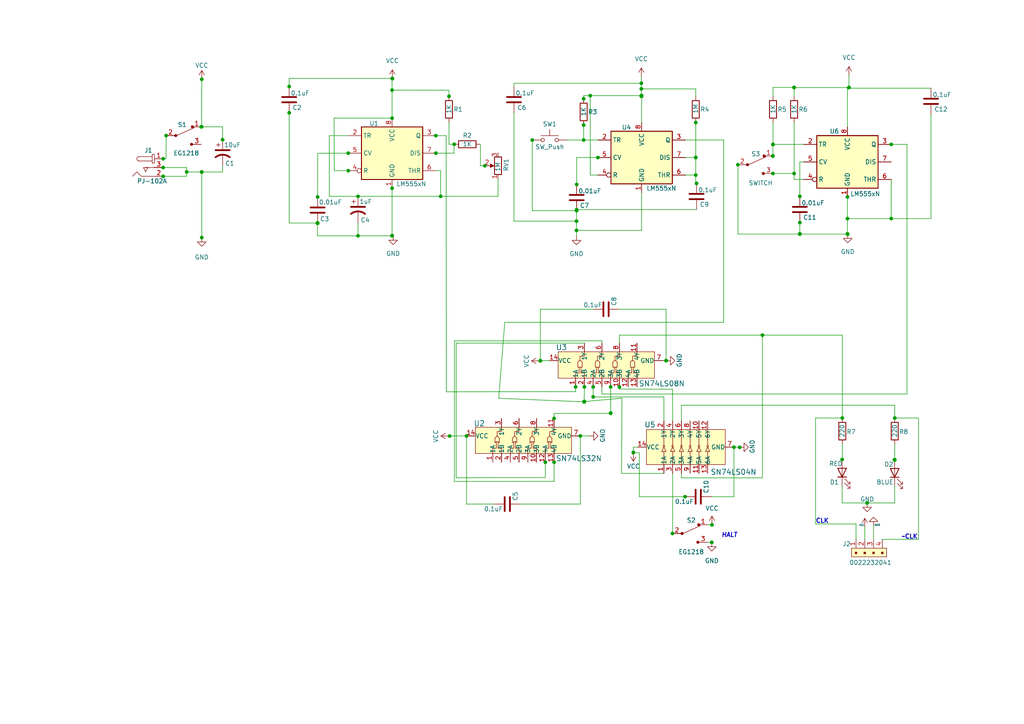
<source format=kicad_sch>
(kicad_sch (version 20211123) (generator eeschema)
  (paper "A4")
  (title_block (title "clock_module") (date "2022-08-05") (rev "v01") (comment 1 "Author: Grace Zongo"))
  (lib_symbols
    (symbol "Device:C" (pin_numbers hide) (pin_names (offset 0.254))
      (property "Reference" "C" (at 0.635 2.54 0))
      (property "Value" "C" (at 0.635 -2.54 0))
      (symbol "C_1_1"
        (pin passive line (at 0 3.81 270) (length 2.794) (name "~") (number "1"))
        (pin passive line (at 0 -3.81 90) (length 2.794) (name "~") (number "2"))
      )
    )
    (symbol "Device:C_Polarized_US" (pin_numbers hide) (pin_names (offset 0.254) hide)
      (property "Reference" "C" (at 0.635 2.54 0))
      (property "Value" "C_Polarized_US" (at 0.635 -2.54 0))
      (symbol "C_Polarized_US_1_1"
        (pin passive line (at 0 3.81 270) (length 2.794) (name "~") (number "1"))
        (pin passive line (at 0 -3.81 90) (length 3.302) (name "~") (number "2"))
      )
    )
    (symbol "Device:LED" (pin_numbers hide) (pin_names (offset 1.016) hide)
      (property "Reference" "D" (at 0 2.54 0))
      (property "Value" "LED" (at 0 -2.54 0))
      (symbol "LED_1_1"
        (pin passive line (at -3.81 0 0) (length 2.54) (name "K") (number "1"))
        (pin passive line (at 3.81 0 180) (length 2.54) (name "A") (number "2"))
      )
    )
    (symbol "Device:R" (pin_numbers hide) (pin_names (offset 0))
      (property "Reference" "R" (at 2.032 0 90))
      (property "Value" "R" (at 0 0 90))
      (symbol "R_1_1"
        (pin passive line (at 0 3.81 270) (length 1.27) (name "~") (number "1"))
        (pin passive line (at 0 -3.81 90) (length 1.27) (name "~") (number "2"))
      )
    )
    (symbol "Device:R_Potentiometer" (pin_names (offset 1.016) hide)
      (property "Reference" "RV" (at -4.445 0 90))
      (property "Value" "R_Potentiometer" (at -2.54 0 90))
      (symbol "R_Potentiometer_1_1"
        (pin passive line (at 0 3.81 270) (length 1.27) (name "1") (number "1"))
        (pin passive line (at 3.81 0 180) (length 1.27) (name "2") (number "2"))
        (pin passive line (at 0 -3.81 90) (length 1.27) (name "3") (number "3"))
      )
    )
    (symbol "Switch:SW_Push" (pin_numbers hide) (pin_names (offset 1.016) hide)
      (property "Reference" "SW" (at 1.27 2.54 0))
      (property "Value" "SW_Push" (at 0 -1.524 0))
      (symbol "SW_Push_0_1"
        (pin passive line (at -5.08 0 0) (length 2.54) (name "1") (number "1"))
        (pin passive line (at 5.08 0 180) (length 2.54) (name "2") (number "2"))
      )
    )
    (symbol "Timer:LM555xN"
      (property "Reference" "U" (at -10.16 8.89 0))
      (property "Value" "LM555xN" (at 2.54 8.89 0))
      (symbol "LM555xN_0_0"
        (pin power_in line (at 0 -10.16 90) (length 2.54) (name "GND") (number "1"))
        (pin power_in line (at 0 10.16 270) (length 2.54) (name "VCC") (number "8"))
      )
      (symbol "LM555xN_1_1"
        (pin input line (at -12.7 5.08 0) (length 3.81) (name "TR") (number "2"))
        (pin output line (at 12.7 5.08 180) (length 3.81) (name "Q") (number "3"))
        (pin input inverted (at -12.7 -5.08 0) (length 3.81) (name "R") (number "4"))
        (pin input line (at -12.7 0 0) (length 3.81) (name "CV") (number "5"))
        (pin input line (at 12.7 -5.08 180) (length 3.81) (name "THR") (number "6"))
        (pin input line (at 12.7 0 180) (length 3.81) (name "DIS") (number "7"))
      )
    )
    (symbol "dk_Barrel-Power-Connectors:PJ-102A" (pin_names (offset 1.016))
      (property "Reference" "J" (at 0 2.54 0))
      (property "Value" "PJ-102A" (at 0 -6.35 0))
      (symbol "PJ-102A_1_1"
        (pin passive line (at 2.54 0 180) (length 2.54) (name "~") (number "1"))
        (pin passive line (at 2.54 -5.08 180) (length 2.54) (name "~") (number "2"))
        (pin passive line (at 2.54 -2.54 180) (length 2.54) (name "~") (number "3"))
      )
    )
    (symbol "dk_Logic-Gates-and-Inverters:SN74LS04N" (pin_names (offset 0.0254))
      (property "Reference" "U" (at -2.54 13.716 0))
      (property "Value" "SN74LS04N" (at 0.254 -11.43 0))
      (symbol "SN74LS04N_1_1"
        (pin input line (at -7.62 7.62 0) (length 2.54) (name "1A") (number "1"))
        (pin output line (at 7.62 -2.54 180) (length 2.54) (name "5Y") (number "10"))
        (pin input line (at -7.62 -2.54 0) (length 2.54) (name "5A") (number "11"))
        (pin output line (at 7.62 -5.08 180) (length 2.54) (name "6Y") (number "12"))
        (pin input line (at -7.62 -5.08 0) (length 2.54) (name "6A") (number "13"))
        (pin power_in line (at 0 15.24 270) (length 2.54) (name "VCC") (number "14"))
        (pin output line (at 7.62 7.62 180) (length 2.54) (name "1Y") (number "2"))
        (pin input line (at -7.62 5.08 0) (length 2.54) (name "2A") (number "3"))
        (pin output line (at 7.62 5.08 180) (length 2.54) (name "2Y") (number "4"))
        (pin input line (at -7.62 2.54 0) (length 2.54) (name "3A") (number "5"))
        (pin output line (at 7.62 2.54 180) (length 2.54) (name "3Y") (number "6"))
        (pin power_in line (at 0 -12.7 90) (length 2.54) (name "GND") (number "7"))
        (pin output line (at 7.62 0 180) (length 2.54) (name "4Y") (number "8"))
        (pin input line (at -7.62 0 0) (length 2.54) (name "4A") (number "9"))
      )
    )
    (symbol "dk_Logic-Gates-and-Inverters:SN74LS08N" (pin_names (offset 0.0254))
      (property "Reference" "U" (at -2.54 8.636 0))
      (property "Value" "SN74LS08N" (at 0.254 -21.59 0))
      (symbol "SN74LS08N_1_1"
        (pin input line (at -7.62 2.54 0) (length 2.54) (name "1A") (number "1"))
        (pin input line (at -7.62 -10.16 0) (length 2.54) (name "3B") (number "10"))
        (pin output line (at 5.08 -15.24 180) (length 2.54) (name "4Y") (number "11"))
        (pin input line (at -7.62 -12.7 0) (length 2.54) (name "4A") (number "12"))
        (pin input line (at -7.62 -15.24 0) (length 2.54) (name "4B") (number "13"))
        (pin power_in line (at 0 10.16 270) (length 2.54) (name "VCC") (number "14"))
        (pin input line (at -7.62 0 0) (length 2.54) (name "1B") (number "2"))
        (pin output line (at 5.08 0 180) (length 2.54) (name "1Y") (number "3"))
        (pin input line (at -7.62 -2.54 0) (length 2.54) (name "2A") (number "4"))
        (pin input line (at -7.62 -5.08 0) (length 2.54) (name "2B") (number "5"))
        (pin output line (at 5.08 -5.08 180) (length 2.54) (name "2Y") (number "6"))
        (pin power_in line (at 0 -22.86 90) (length 2.54) (name "GND") (number "7"))
        (pin output line (at 5.08 -10.16 180) (length 2.54) (name "3Y") (number "8"))
        (pin input line (at -7.62 -7.62 0) (length 2.54) (name "3A") (number "9"))
      )
    )
    (symbol "dk_Logic-Gates-and-Inverters:SN74LS32N" (pin_names (offset 0.0254))
      (property "Reference" "U" (at -2.54 8.636 0))
      (property "Value" "SN74LS32N" (at 0.254 -21.59 0))
      (symbol "SN74LS32N_1_1"
        (pin input line (at -7.62 2.54 0) (length 2.54) (name "1A") (number "1"))
        (pin input line (at -7.62 -10.16 0) (length 2.54) (name "3B") (number "10"))
        (pin output line (at 5.08 -15.24 180) (length 2.54) (name "4Y") (number "11"))
        (pin input line (at -7.62 -12.7 0) (length 2.54) (name "4A") (number "12"))
        (pin input line (at -7.62 -15.24 0) (length 2.54) (name "4B") (number "13"))
        (pin power_in line (at 0 10.16 270) (length 2.54) (name "VCC") (number "14"))
        (pin input line (at -7.62 0 0) (length 2.54) (name "1B") (number "2"))
        (pin output line (at 5.08 0 180) (length 2.54) (name "1Y") (number "3"))
        (pin input line (at -7.62 -2.54 0) (length 2.54) (name "2A") (number "4"))
        (pin input line (at -7.62 -5.08 0) (length 2.54) (name "2B") (number "5"))
        (pin output line (at 5.08 -5.08 180) (length 2.54) (name "2Y") (number "6"))
        (pin power_in line (at 0 -22.86 90) (length 2.54) (name "GND") (number "7"))
        (pin output line (at 5.08 -10.16 180) (length 2.54) (name "3Y") (number "8"))
        (pin input line (at -7.62 -7.62 0) (length 2.54) (name "3A") (number "9"))
      )
    )
    (symbol "dk_Rectangular-Connectors-Headers-Male-Pins:0022232041" (pin_names (offset 1.016))
      (property "Reference" "J" (at -2.54 1.27 0))
      (property "Value" "0022232041" (at 3.81 -3.81 0))
      (symbol "0022232041_1_1"
        (pin passive line (at 0 2.54 270) (length 2.54) (name "~") (number "1"))
        (pin passive line (at 2.54 2.54 270) (length 2.54) (name "~") (number "2"))
        (pin passive line (at 5.08 2.54 270) (length 2.54) (name "~") (number "3"))
        (pin passive line (at 7.62 2.54 270) (length 2.54) (name "~") (number "4"))
      )
    )
    (symbol "dk_Slide-Switches:EG1218" (pin_names (offset 0))
      (property "Reference" "S" (at -3.81 2.286 0))
      (property "Value" "EG1218" (at 0 -5.334 0))
      (symbol "EG1218_1_1"
        (pin passive line (at 5.08 2.54 180) (length 2.54) (name "~") (number "1"))
        (pin passive line (at -5.08 0 0) (length 2.54) (name "~") (number "2"))
        (pin passive line (at 5.08 -2.54 180) (length 2.54) (name "~") (number "3"))
      )
    )
    (symbol "power:GND" (power) (pin_names (offset 0))
      (property "Value" "GND" (at 0 -3.81 0))
      (symbol "GND_1_1"
        (pin power_in line (at 0 0 270) (length 0) hide (name "GND") (number "1"))
      )
    )
    (symbol "power:VCC" (power) (pin_names (offset 0))
      (property "Value" "VCC" (at 0 3.81 0))
      (symbol "VCC_1_1"
        (pin power_in line (at 0 0 90) (length 0) hide (name "VCC") (number "1"))
      )
    )
  )
  (junction (at 195.0466 154.7368))
  (junction (at 230.3272 25.4))
  (junction (at 172.0342 115.1128))
  (junction (at 166.9542 112.2172))
  (junction (at 231.9782 64.5668))
  (junction (at 113.7158 34.2646))
  (junction (at 198.7042 144.0688))
  (junction (at 169.291 40.6146))
  (junction (at 231.9782 67.818))
  (junction (at 47.3202 51.1302))
  (junction (at 47.3202 46.0502))
  (junction (at 186.055 27.9146))
  (junction (at 92.1258 57.1246))
  (junction (at 230.3272 25.3492))
  (junction (at 231.9782 56.9468))
  (junction (at 258.4958 41.8846))
  (junction (at 169.291 28.6512))
  (junction (at 201.803 35.5346))
  (junction (at 169.5196 116.459))
  (junction (at 214.5284 129.7432))
  (junction (at 47.3202 48.5902))
  (junction (at 179.6542 112.2172))
  (junction (at 201.803 45.6692))
  (junction (at 224.1804 50.3174))
  (junction (at 169.291 36.2712))
  (junction (at 193.1924 104.5972))
  (junction (at 113.7158 68.3768))
  (junction (at 244.2464 133.2738))
  (junction (at 202.0316 53.1876))
  (junction (at 168.3258 126.4412))
  (junction (at 206.4512 157.3022))
  (junction (at 83.8708 32.7152))
  (junction (at 224.1804 41.91))
  (junction (at 193.1924 104.6226))
  (junction (at 231.9782 67.8942))
  (junction (at 58.3438 36.7792))
  (junction (at 113.7158 68.4022))
  (junction (at 113.792 22.8092))
  (junction (at 92.1258 64.7446))
  (junction (at 156.718 104.6734))
  (junction (at 101.0158 49.5046))
  (junction (at 126.4158 39.3446))
  (junction (at 214.0204 47.7774))
  (junction (at 186.0042 27.7368))
  (junction (at 169.4942 112.2172))
  (junction (at 186.055 27.7622))
  (junction (at 201.803 50.7746))
  (junction (at 58.5216 22.987))
  (junction (at 177.1142 119.888))
  (junction (at 212.8774 129.6924))
  (junction (at 92.075 64.6684))
  (junction (at 54.1528 49.8602))
  (junction (at 186.0042 25.781))
  (junction (at 160.7058 121.3612))
  (junction (at 221.1324 97.2058))
  (junction (at 126.4158 44.4246))
  (junction (at 167.2082 66.8274))
  (junction (at 113.7158 26.1366))
  (junction (at 92.1258 64.6938))
  (junction (at 186.1058 27.7368))
  (junction (at 160.7058 134.0612))
  (junction (at 245.7958 57.1246))
  (junction (at 224.2058 41.8846))
  (junction (at 167.259 53.4924))
  (junction (at 58.4708 49.8856))
  (junction (at 130.429 126.4666))
  (junction (at 135.3058 126.4412))
  (junction (at 177.1396 119.7864))
  (junction (at 259.5118 121.2342))
  (junction (at 154.3558 40.6146))
  (junction (at 113.7158 68.3514))
  (junction (at 113.7158 54.5846))
  (junction (at 259.4864 133.4008))
  (junction (at 64.5668 40.513))
  (junction (at 131.7244 41.8338))
  (junction (at 259.461 133.4008))
  (junction (at 183.6928 131.2418))
  (junction (at 246.2276 25.4))
  (junction (at 167.259 60.8584))
  (junction (at 140.6398 48.0822))
  (junction (at 167.2082 60.8584))
  (junction (at 251.5108 145.8722))
  (junction (at 127.8128 56.9468))
  (junction (at 245.872 67.8942))
  (junction (at 172.0342 112.2172))
  (junction (at 58.4962 36.7792))
  (junction (at 130.2258 27.9146))
  (junction (at 245.7958 67.8688))
  (junction (at 113.792 22.733))
  (junction (at 245.7958 63.3984))
  (junction (at 167.2082 64.135))
  (junction (at 201.803 45.6946))
  (junction (at 258.4958 63.3984))
  (junction (at 158.1658 134.0612))
  (junction (at 169.418 116.586))
  (junction (at 244.2972 121.2342))
  (junction (at 173.4058 45.6946))
  (junction (at 103.8352 56.9468))
  (junction (at 246.2276 25.3746))
  (junction (at 183.6928 131.2672))
  (junction (at 259.4864 133.35))
  (junction (at 259.461 133.35))
  (junction (at 58.5216 49.8856))
  (junction (at 103.8352 68.4022))
  (junction (at 224.1804 45.2374))
  (junction (at 101.0158 44.4246))
  (junction (at 259.5118 133.35))
  (junction (at 58.5216 68.9102))
  (junction (at 206.502 152.2476))
  (junction (at 186.055 27.94))
  (junction (at 171.196 27.7368))
  (junction (at 186.0042 24.1554))
  (junction (at 224.155 45.2628))
  (junction (at 92.1004 64.6684))
  (junction (at 92.1004 64.7446))
  (junction (at 167.259 61.1124))
  (junction (at 156.718 104.5972))
  (junction (at 245.7958 67.818))
  (junction (at 83.8708 25.0952))
  (junction (at 230.3272 50.3174))
  (junction (at 169.418 116.4844))
  (junction (at 48.1838 39.3192))
  (junction (at 177.1142 112.2172))
  (junction (at 231.9782 67.8688))
  (wire (pts (xy 231.9782 64.516) (xy 231.9782 64.5668)))
  (wire (pts (xy 126.4158 39.3446) (xy 129.413 39.3446)))
  (wire (pts (xy 113.7158 68.4022) (xy 114.0206 68.4022)))
  (wire (pts (xy 209.9056 40.6146) (xy 209.9056 93.472)))
  (wire (pts (xy 149.0726 32.7152) (xy 149.0726 64.135)))
  (wire (pts (xy 167.2082 66.8274) (xy 167.2082 64.135)))
  (wire (pts (xy 201.803 45.6946) (xy 201.803 50.7746)))
  (wire (pts (xy 201.803 25.781) (xy 186.0042 25.781)))
  (wire (pts (xy 169.4942 99.5172) (xy 132.3086 99.5172)))
  (wire (pts (xy 224.1804 45.2374) (xy 224.1804 45.2628)))
  (wire (pts (xy 58.5216 68.9102) (xy 58.5216 49.8856)))
  (wire (pts (xy 173.4058 45.6946) (xy 173.4312 45.6946)))
  (wire (pts (xy 127.8128 49.5046) (xy 127.8128 56.9468)))
  (wire (pts (xy 192.5574 122.0724) (xy 192.5574 115.1382)))
  (wire (pts (xy 126.4158 44.4246) (xy 131.6736 44.4246)))
  (wire (pts (xy 259.5118 117.5258) (xy 259.5118 121.2342)))
  (wire (pts (xy 197.6374 117.5258) (xy 259.5118 117.5258)))
  (wire (pts (xy 212.8774 129.6924) (xy 212.852 129.6924)))
  (wire (pts (xy 92.1004 64.7446) (xy 92.1258 64.7446)))
  (wire (pts (xy 179.6542 99.5172) (xy 179.6542 97.2058)))
  (wire (pts (xy 231.9782 64.5668) (xy 231.9782 67.818)))
  (wire (pts (xy 58.5216 49.8856) (xy 54.1528 49.8602)))
  (wire (pts (xy 231.9782 67.8942) (xy 214.0458 67.8942)))
  (wire (pts (xy 101.0412 44.4246) (xy 101.0158 44.4246)))
  (wire (pts (xy 186.1058 55.8546) (xy 186.1058 66.8274)))
  (wire (pts (xy 270.0274 33.1978) (xy 270.0274 63.3984)))
  (wire (pts (xy 83.8708 25.0952) (xy 83.8708 22.733)))
  (wire (pts (xy 132.3086 99.5172) (xy 132.3086 138.5824)))
  (wire (pts (xy 64.5668 49.8856) (xy 58.5216 49.8856)))
  (wire (pts (xy 248.285 151.9682) (xy 236.5502 151.9682)))
  (wire (pts (xy 192.3542 104.5972) (xy 193.1924 104.5972)))
  (wire (pts (xy 195.0974 122.0724) (xy 195.072 112.8776)))
  (wire (pts (xy 214.5284 129.6924) (xy 214.5284 129.7432)))
  (wire (pts (xy 186.1058 66.8274) (xy 167.2082 66.8274)))
  (wire (pts (xy 245.872 67.8942) (xy 231.9782 67.8942)))
  (wire (pts (xy 201.803 45.6692) (xy 201.803 45.6946)))
  (wire (pts (xy 146.4056 93.472) (xy 144.653 115.5192)))
  (wire (pts (xy 180.3908 115.4938) (xy 169.5196 116.459)))
  (wire (pts (xy 245.7958 57.1246) (xy 245.7958 63.3984)))
  (wire (pts (xy 201.803 35.5092) (xy 201.803 35.5346)))
  (wire (pts (xy 113.7158 22.8092) (xy 113.792 22.8092)))
  (wire (pts (xy 113.7158 54.5338) (xy 113.7158 54.5846)))
  (wire (pts (xy 183.6928 131.2418) (xy 183.6928 131.2672)))
  (wire (pts (xy 244.2464 145.8722) (xy 251.5108 145.8722)))
  (wire (pts (xy 186.1058 35.5346) (xy 186.1058 27.7368)))
  (wire (pts (xy 167.259 53.5178) (xy 167.259 53.4924)))
  (wire (pts (xy 126.3904 39.3446) (xy 126.4158 39.3446)))
  (wire (pts (xy 54.1528 49.8602) (xy 54.102 51.1302)))
  (wire (pts (xy 244.2464 140.8938) (xy 244.2464 145.8722)))
  (wire (pts (xy 126.365 44.4246) (xy 126.4158 44.4246)))
  (wire (pts (xy 258.4958 63.3984) (xy 245.7958 63.3984)))
  (wire (pts (xy 206.4512 157.3276) (xy 206.4512 157.3022)))
  (wire (pts (xy 92.075 64.6684) (xy 92.075 68.4022)))
  (wire (pts (xy 169.291 27.7368) (xy 169.291 28.6512)))
  (wire (pts (xy 201.803 53.213) (xy 202.0316 53.213)))
  (wire (pts (xy 58.5216 22.9616) (xy 58.5216 22.987)))
  (wire (pts (xy 214.5284 129.6924) (xy 212.8774 129.6924)))
  (wire (pts (xy 103.8352 64.5668) (xy 103.8352 68.4022)))
  (wire (pts (xy 92.075 64.6684) (xy 92.1004 64.6684)))
  (wire (pts (xy 201.803 35.5346) (xy 201.803 45.6692)))
  (wire (pts (xy 270.0274 63.3984) (xy 258.4958 63.3984)))
  (wire (pts (xy 171.958 89.6874) (xy 156.718 89.6874)))
  (wire (pts (xy 160.7058 139.5984) (xy 160.7058 134.0612)))
  (wire (pts (xy 83.8708 22.733) (xy 113.792 22.733)))
  (wire (pts (xy 186.055 27.9146) (xy 186.055 27.7622)))
  (wire (pts (xy 245.7958 63.3984) (xy 245.7958 67.818)))
  (wire (pts (xy 167.2082 68.453) (xy 167.2082 66.8274)))
  (wire (pts (xy 230.3272 25.4) (xy 230.3272 25.3492)))
  (wire (pts (xy 47.3202 46.0502) (xy 48.1584 46.0502)))
  (wire (pts (xy 198.8058 45.6946) (xy 201.803 45.6946)))
  (wire (pts (xy 244.2972 128.8542) (xy 244.2972 133.2738)))
  (wire (pts (xy 197.6374 122.0724) (xy 197.6374 117.5258)))
  (wire (pts (xy 224.2058 25.3492) (xy 230.3272 25.3492)))
  (wire (pts (xy 167.259 60.8076) (xy 167.259 60.8584)))
  (wire (pts (xy 169.4942 112.3188) (xy 169.4942 112.2172)))
  (wire (pts (xy 92.1004 64.6684) (xy 92.1004 64.7446)))
  (wire (pts (xy 103.8352 68.4022) (xy 113.7158 68.4022)))
  (wire (pts (xy 230.3272 25.4) (xy 246.2276 25.4)))
  (wire (pts (xy 209.9056 93.472) (xy 146.4056 93.472)))
  (wire (pts (xy 244.2972 133.2738) (xy 244.2464 133.2738)))
  (wire (pts (xy 103.8352 56.9468) (xy 127.8128 56.9468)))
  (wire (pts (xy 135.3058 126.4412) (xy 130.429 126.4412)))
  (wire (pts (xy 205.2066 157.2768) (xy 206.4512 157.2768)))
  (wire (pts (xy 198.7042 144.0688) (xy 185.42 144.0688)))
  (wire (pts (xy 167.259 53.4924) (xy 167.259 45.6946)))
  (wire (pts (xy 174.5742 98.8568) (xy 131.8006 98.8568)))
  (wire (pts (xy 186.0042 27.7368) (xy 186.1058 27.7368)))
  (wire (pts (xy 259.461 133.4008) (xy 259.4864 133.4008)))
  (wire (pts (xy 113.7158 68.3514) (xy 113.7158 68.3768)))
  (wire (pts (xy 101.0158 49.5046) (xy 96.9518 49.5046)))
  (wire (pts (xy 172.0342 112.2172) (xy 172.0342 112.1918)))
  (wire (pts (xy 166.9542 113.5888) (xy 166.9542 112.2172)))
  (wire (pts (xy 206.502 152.1968) (xy 206.502 152.2476)))
  (wire (pts (xy 47.3202 48.5902) (xy 54.1274 48.5902)))
  (wire (pts (xy 144.653 115.5192) (xy 167.6654 116.4844)))
  (wire (pts (xy 83.8708 32.7152) (xy 83.8708 64.6938)))
  (wire (pts (xy 96.901 34.2646) (xy 113.7158 34.2646)))
  (wire (pts (xy 259.5118 133.35) (xy 259.4864 133.35)))
  (wire (pts (xy 236.5502 151.9682) (xy 236.5502 121.2342)))
  (wire (pts (xy 167.259 60.8584) (xy 167.259 61.1124)))
  (wire (pts (xy 171.196 27.7368) (xy 186.0042 27.7368)))
  (wire (pts (xy 258.4958 52.0446) (xy 258.4958 63.3984)))
  (wire (pts (xy 174.5742 99.5172) (xy 174.5742 98.8568)))
  (wire (pts (xy 198.7296 144.0688) (xy 198.7042 144.0688)))
  (wire (pts (xy 202.0316 53.1876) (xy 202.0316 53.213)))
  (wire (pts (xy 202.0316 60.8076) (xy 167.259 60.8076)))
  (wire (pts (xy 158.1658 138.5062) (xy 158.1658 134.0612)))
  (wire (pts (xy 224.1804 41.91) (xy 224.2058 41.8846)))
  (wire (pts (xy 195.0974 137.3124) (xy 195.0974 154.7114)))
  (wire (pts (xy 126.4158 49.5046) (xy 127.8128 49.5046)))
  (wire (pts (xy 130.429 126.4412) (xy 130.429 126.4666)))
  (wire (pts (xy 185.42 131.2672) (xy 183.6928 131.2672)))
  (wire (pts (xy 169.418 116.586) (xy 169.418 116.4844)))
  (wire (pts (xy 130.2258 26.162) (xy 113.7158 26.1366)))
  (wire (pts (xy 92.1512 44.45) (xy 92.1258 57.15)))
  (wire (pts (xy 266.3952 121.2342) (xy 259.5118 121.2342)))
  (wire (pts (xy 186.0042 24.1554) (xy 186.0042 25.781)))
  (wire (pts (xy 156.718 104.5972) (xy 156.718 104.6734)))
  (wire (pts (xy 266.3952 156.4386) (xy 266.3952 121.2342)))
  (wire (pts (xy 186.055 27.94) (xy 186.055 27.9146)))
  (wire (pts (xy 47.2694 51.1302) (xy 47.3202 51.1302)))
  (wire (pts (xy 143.3322 146.2024) (xy 135.3058 146.2024)))
  (wire (pts (xy 131.6736 44.4246) (xy 131.7244 41.8338)))
  (wire (pts (xy 158.1658 133.985) (xy 158.1658 134.0612)))
  (wire (pts (xy 54.102 51.1302) (xy 47.3202 51.1302)))
  (wire (pts (xy 130.2258 27.94) (xy 130.2258 27.9146)))
  (wire (pts (xy 212.8774 144.0688) (xy 212.8774 129.6924)))
  (wire (pts (xy 113.7158 34.2646) (xy 113.7158 26.1366)))
  (wire (pts (xy 154.3812 40.6146) (xy 154.3558 40.6146)))
  (wire (pts (xy 177.1396 112.1156) (xy 177.1396 119.7864)))
  (wire (pts (xy 129.4384 113.6396) (xy 166.9542 113.5888)))
  (wire (pts (xy 231.9782 46.9646) (xy 231.9782 56.9468)))
  (wire (pts (xy 83.8708 32.639) (xy 83.8708 32.7152)))
  (wire (pts (xy 201.803 50.7746) (xy 201.803 53.213)))
  (wire (pts (xy 164.5158 40.6146) (xy 169.291 40.6146)))
  (wire (pts (xy 58.3184 36.7792) (xy 58.3438 36.7792)))
  (wire (pts (xy 224.2058 35.5346) (xy 224.2058 41.8846)))
  (wire (pts (xy 159.3342 104.5972) (xy 156.718 104.5972)))
  (wire (pts (xy 169.4942 112.1918) (xy 169.4942 112.2172)))
  (wire (pts (xy 168.3258 146.2024) (xy 168.3258 126.4412)))
  (wire (pts (xy 230.3272 35.5346) (xy 230.3272 50.3174)))
  (wire (pts (xy 214.0458 67.8942) (xy 214.0458 47.7774)))
  (wire (pts (xy 154.3812 61.1124) (xy 167.259 61.1124)))
  (wire (pts (xy 169.291 27.7368) (xy 171.196 27.7368)))
  (wire (pts (xy 101.0666 49.5046) (xy 101.0158 49.5046)))
  (wire (pts (xy 258.4704 41.8846) (xy 258.4958 41.8846)))
  (wire (pts (xy 183.6928 129.6924) (xy 183.6928 131.2418)))
  (wire (pts (xy 246.2276 25.5778) (xy 246.2276 25.4)))
  (wire (pts (xy 230.3272 25.4) (xy 230.3272 27.9146)))
  (wire (pts (xy 245.7958 67.818) (xy 245.7958 67.8688)))
  (wire (pts (xy 113.7158 26.1366) (xy 113.7158 22.8092)))
  (wire (pts (xy 130.2258 27.9146) (xy 130.2258 26.162)))
  (wire (pts (xy 167.6654 116.4844) (xy 169.418 116.4844)))
  (wire (pts (xy 95.504 39.3446) (xy 101.0158 39.3446)))
  (wire (pts (xy 248.285 156.4386) (xy 248.285 151.9682)))
  (wire (pts (xy 224.1804 50.3174) (xy 230.3272 50.3174)))
  (wire (pts (xy 259.5118 128.8542) (xy 259.5118 133.35)))
  (wire (pts (xy 236.5502 121.2342) (xy 244.2972 121.2342)))
  (wire (pts (xy 160.7058 121.3866) (xy 160.7058 121.3612)))
  (wire (pts (xy 58.3438 36.7792) (xy 58.4962 36.7792)))
  (wire (pts (xy 246.2276 25.4) (xy 246.2276 25.3746)))
  (wire (pts (xy 167.2082 60.8584) (xy 167.259 60.8584)))
  (wire (pts (xy 169.291 36.2712) (xy 169.291 40.6146)))
  (wire (pts (xy 154.3812 40.6146) (xy 154.3812 61.1124)))
  (wire (pts (xy 195.072 112.8776) (xy 179.6288 112.8522)))
  (wire (pts (xy 171.196 50.7746) (xy 171.196 27.7368)))
  (wire (pts (xy 231.9782 67.818) (xy 231.9782 67.8688)))
  (wire (pts (xy 135.3058 146.2024) (xy 135.3058 126.4412)))
  (wire (pts (xy 224.155 45.2628) (xy 224.1804 45.2374)))
  (wire (pts (xy 198.8058 40.6146) (xy 209.9056 40.6146)))
  (wire (pts (xy 186.0042 25.781) (xy 186.0042 27.7368)))
  (wire (pts (xy 149.0726 64.135) (xy 167.2082 64.135)))
  (wire (pts (xy 47.2694 46.0502) (xy 47.3202 46.0502)))
  (wire (pts (xy 230.3272 52.0446) (xy 233.0958 52.0446)))
  (wire (pts (xy 193.1924 104.5972) (xy 193.1924 104.6226)))
  (wire (pts (xy 195.0974 154.7114) (xy 195.0466 154.7368)))
  (wire (pts (xy 198.8058 50.7746) (xy 201.803 50.7746)))
  (wire (pts (xy 131.8006 98.8568) (xy 131.8006 139.6492)))
  (wire (pts (xy 245.7958 25.3746) (xy 246.2276 25.3746)))
  (wire (pts (xy 206.4512 157.2768) (xy 206.4512 157.3022)))
  (wire (pts (xy 259.4864 145.8722) (xy 251.5108 145.8722)))
  (wire (pts (xy 101.0158 44.4246) (xy 92.1512 44.45)))
  (wire (pts (xy 47.2948 48.5902) (xy 47.3202 48.5902)))
  (wire (pts (xy 64.5414 40.513) (xy 64.5414 36.7792)))
  (wire (pts (xy 140.6652 48.0822) (xy 140.6398 48.0822)))
  (wire (pts (xy 221.1324 138.6078) (xy 197.6374 138.6078)))
  (wire (pts (xy 224.2058 27.9146) (xy 224.2058 25.3492)))
  (wire (pts (xy 201.803 27.9146) (xy 201.803 25.781)))
  (wire (pts (xy 130.2258 41.8338) (xy 131.7244 41.8338)))
  (wire (pts (xy 169.291 28.6512) (xy 169.291 28.702)))
  (wire (pts (xy 224.2058 41.8846) (xy 233.0958 41.8846)))
  (wire (pts (xy 186.0042 22.2758) (xy 186.0042 24.1554)))
  (wire (pts (xy 92.1258 57.15) (xy 92.1258 57.1246)))
  (wire (pts (xy 255.905 156.4386) (xy 266.3952 156.4386)))
  (wire (pts (xy 48.2092 39.3192) (xy 48.1838 39.3192)))
  (wire (pts (xy 246.2276 21.8694) (xy 246.2276 25.3746)))
  (wire (pts (xy 259.4864 133.35) (xy 259.461 133.35)))
  (wire (pts (xy 179.6542 112.1918) (xy 179.6542 112.2172)))
  (wire (pts (xy 58.4962 36.7792) (xy 64.5414 36.7792)))
  (wire (pts (xy 192.5574 115.1382) (xy 172.0342 115.1382)))
  (wire (pts (xy 184.9374 129.6924) (xy 183.6928 129.6924)))
  (wire (pts (xy 156.718 89.6874) (xy 156.718 104.5972)))
  (wire (pts (xy 160.7058 121.3612) (xy 160.7058 119.9134)))
  (wire (pts (xy 160.7058 134.0104) (xy 160.7058 134.0612)))
  (wire (pts (xy 127.8128 56.9468) (xy 144.4498 56.9468)))
  (wire (pts (xy 83.8708 25.0952) (xy 83.8708 25.1714)))
  (wire (pts (xy 140.6398 48.0822) (xy 139.3444 48.0822)))
  (wire (pts (xy 113.7158 68.3768) (xy 113.7158 68.4022)))
  (wire (pts (xy 173.4058 50.7746) (xy 171.196 50.7746)))
  (wire (pts (xy 205.2066 152.1968) (xy 206.502 152.1968)))
  (wire (pts (xy 174.5742 114.2746) (xy 263.0678 114.2746)))
  (wire (pts (xy 54.1274 48.5902) (xy 54.1528 49.8602)))
  (wire (pts (xy 230.3272 50.3174) (xy 230.3272 52.0446)))
  (wire (pts (xy 167.259 45.6946) (xy 173.4058 45.6946)))
  (wire (pts (xy 58.5216 68.9356) (xy 58.5216 68.9102)))
  (wire (pts (xy 259.461 133.35) (xy 259.461 133.4008)))
  (wire (pts (xy 270.0274 25.5778) (xy 246.2276 25.5778)))
  (wire (pts (xy 131.8006 139.6492) (xy 160.7058 139.5984)))
  (wire (pts (xy 206.3242 144.0688) (xy 212.8774 144.0688)))
  (wire (pts (xy 169.4942 112.3188) (xy 169.418 116.586)))
  (wire (pts (xy 150.9522 146.2024) (xy 168.3258 146.2024)))
  (wire (pts (xy 197.6374 137.3124) (xy 197.6374 138.6078)))
  (wire (pts (xy 263.0678 114.2746) (xy 263.0678 41.8846)))
  (wire (pts (xy 48.1584 46.0502) (xy 48.2092 39.3192)))
  (wire (pts (xy 166.9542 112.1664) (xy 166.9542 112.2172)))
  (wire (pts (xy 169.5196 116.459) (xy 169.418 116.4844)))
  (wire (pts (xy 95.504 56.9468) (xy 95.504 39.3446)))
  (wire (pts (xy 224.0534 50.3174) (xy 224.1804 50.3174)))
  (wire (pts (xy 144.4498 51.8922) (xy 144.4498 56.9468)))
  (wire (pts (xy 193.1924 89.6874) (xy 193.1924 104.5972)))
  (wire (pts (xy 103.8352 56.9468) (xy 95.504 56.9468)))
  (wire (pts (xy 149.0726 24.1554) (xy 186.0042 24.1554)))
  (wire (pts (xy 132.3086 138.5824) (xy 158.1658 138.5062)))
  (wire (pts (xy 129.413 39.3446) (xy 129.4384 113.6396)))
  (wire (pts (xy 259.4864 140.97) (xy 259.4864 145.8722)))
  (wire (pts (xy 185.42 144.0688) (xy 185.42 131.2672)))
  (wire (pts (xy 192.5574 137.3124) (xy 180.2892 137.3124)))
  (wire (pts (xy 160.7058 119.9134) (xy 177.1142 119.888)))
  (wire (pts (xy 83.8708 64.6938) (xy 92.1258 64.6938)))
  (wire (pts (xy 96.9518 49.5046) (xy 96.901 34.2646)))
  (wire (pts (xy 245.7958 57.0738) (xy 245.7958 57.1246)))
  (wire (pts (xy 130.2258 35.5346) (xy 130.2258 41.8338)))
  (wire (pts (xy 139.3444 48.0822) (xy 139.3444 41.8338)))
  (wire (pts (xy 58.5216 22.987) (xy 58.4962 36.7792)))
  (wire (pts (xy 179.578 89.6874) (xy 193.1924 89.6874)))
  (wire (pts (xy 58.5216 49.8856) (xy 58.4708 49.8856)))
  (wire (pts (xy 231.9782 67.8688) (xy 231.9782 67.8942)))
  (wire (pts (xy 179.6288 112.8522) (xy 179.6542 112.2172)))
  (wire (pts (xy 214.0458 47.7774) (xy 214.0204 47.7774)))
  (wire (pts (xy 167.2082 64.135) (xy 167.2082 60.8584)))
  (wire (pts (xy 174.5742 112.2172) (xy 174.5742 114.2746)))
  (wire (pts (xy 183.6928 131.2672) (xy 183.6928 131.2926)))
  (wire (pts (xy 113.7158 54.5846) (xy 113.7158 68.3514)))
  (wire (pts (xy 64.5668 40.513) (xy 64.5414 40.513)))
  (wire (pts (xy 149.0726 25.0952) (xy 149.0726 24.1554)))
  (wire (pts (xy 250.825 152.8826) (xy 250.825 156.4386)))
  (wire (pts (xy 231.9782 56.9468) (xy 231.9782 56.9722)))
  (wire (pts (xy 169.291 40.6146) (xy 173.4058 40.6146)))
  (wire (pts (xy 253.365 152.5524) (xy 253.365 156.4386)))
  (wire (pts (xy 245.7958 67.8688) (xy 245.872 67.8688)))
  (wire (pts (xy 224.1804 41.91) (xy 224.1804 45.2374)))
  (wire (pts (xy 92.075 68.4022) (xy 103.8352 68.4022)))
  (wire (pts (xy 221.1324 97.2058) (xy 244.2972 97.2058)))
  (wire (pts (xy 258.4958 41.8846) (xy 263.0678 41.8846)))
  (wire (pts (xy 168.3004 126.4412) (xy 168.3258 126.4412)))
  (wire (pts (xy 180.2892 137.3124) (xy 180.3908 115.4938)))
  (wire (pts (xy 168.3258 126.4412) (xy 170.942 126.4412)))
  (wire (pts (xy 245.7958 25.3746) (xy 245.7958 36.8046)))
  (wire (pts (xy 179.6542 97.2058) (xy 221.1324 97.2058)))
  (wire (pts (xy 221.1324 97.2058) (xy 221.1324 138.6078)))
  (wire (pts (xy 172.0342 115.1128) (xy 172.0342 112.2172)))
  (wire (pts (xy 169.291 36.2458) (xy 169.291 36.2712)))
  (wire (pts (xy 233.0958 46.9646) (xy 231.9782 46.9646)))
  (wire (pts (xy 64.5668 48.133) (xy 64.5668 49.8856)))
  (wire (pts (xy 244.2972 97.2058) (xy 244.2972 121.2342)))
  (text "CLK" (at 236.5502 151.9682 0) (effects (font (size 1.27 1.27) (thickness 0.254) bold) (justify left bottom)))
  (text "~CLK" (at 261.4422 156.5402 0) (effects (font (size 1.27 1.27) bold) (justify left bottom)))
  (text "HALT" (at 209.1944 156.0576 0) (effects (font (size 1.27 1.27) (thickness 0.254) bold italic) (justify left bottom)))
  (symbol (lib_id "power:VCC") (at 250.825 152.8826 0) (unit 1)
    (property "Reference" "#PWR017" (effects hide))
    (property "Value" "VCC" (at 249.936 152.2984 0) (effects (font (size 0.508 0.508))))
  )
  (symbol (lib_id "Device:R") (at 244.2972 125.0442 0) (unit 1)
    (property "Reference" "R7" (at 245.5164 125.2474 0) (effects (justify left)))
    (property "Value" "220" (at 244.2718 126.8984 90) (effects (justify left)))
    (property "Footprint" "Resistor_THT:R_Axial_DIN0207_L6.3mm_D2.5mm_P7.62mm_Horizontal" (effects hide))
  )
  (symbol (lib_id "dk_Barrel-Power-Connectors:PJ-102A") (at 44.7802 46.0502 0) (unit 1)
    (property "Reference" "J1" (at 43.0276 43.6118 0))
    (property "Value" "PJ-102A" (at 44.0944 52.5018 0))
    (property "Footprint" "digikey-footprints:Barrel_Jack_5.5mmODx2.1mmID_PJ-102A" (effects hide))
    (property "Datasheet" "https://www.cui.com/product/resource/digikeypdf/pj-102a.pdf" (effects hide))
    (property "Digi-Key_PN" "CP-102A-ND" (effects hide))
    (property "MPN" "PJ-102A" (effects hide))
    (property "Category" "Connectors, Interconnects" (effects hide))
    (property "Family" "Barrel - Power Connectors" (effects hide))
    (property "DK_Datasheet_Link" "https://www.cui.com/product/resource/digikeypdf/pj-102a.pdf" (effects hide))
    (property "DK_Detail_Page" "/product-detail/en/cui-inc/PJ-102A/CP-102A-ND/275425" (effects hide))
    (property "Description" "CONN PWR JACK 2X5.5MM SOLDER" (effects hide))
    (property "Manufacturer" "CUI Inc." (effects hide))
    (property "Status" "Active" (effects hide))
  )
  (symbol (lib_id "Device:R_Potentiometer") (at 144.4498 48.0822 180) (unit 1)
    (property "Reference" "RV1" (at 146.812 49.7078 90) (effects (justify right)))
    (property "Value" "1M" (at 144.399 49.8348 90) (effects (justify right)))
    (property "Footprint" "Potentiometer_THT:Potentiometer_Piher_PT-15-H01_Horizontal" (effects hide))
  )
  (symbol (lib_id "Device:C_Polarized_US") (at 103.8352 60.7568 0) (unit 1)
    (property "Reference" "C4" (at 104.5718 63.8302 0) (effects (justify left)))
    (property "Value" "1uF" (at 104.2416 58.4708 0) (effects (justify left)))
    (property "Footprint" "Capacitor_THT:CP_Radial_Tantal_D5.0mm_P2.50mm" (effects hide))
  )
  (symbol (lib_id "Device:R") (at 201.803 31.7246 0) (unit 1)
    (property "Reference" "R4" (at 203.073 31.7246 0) (effects (justify left)))
    (property "Value" "1M" (at 201.803 32.9946 90) (effects (justify left)))
    (property "Footprint" "Resistor_THT:R_Axial_DIN0207_L6.3mm_D2.5mm_P7.62mm_Horizontal" (effects hide))
  )
  (symbol (lib_id "Device:C") (at 83.8708 28.9052 0) (unit 1)
    (property "Reference" "C2" (at 84.8106 31.2166 0) (effects (justify left)))
    (property "Value" "0.1uF" (at 84.328 27.0002 0) (effects (justify left)))
    (property "Footprint" "Capacitor_THT:C_Disc_D3.8mm_W2.6mm_P2.50mm" (effects hide))
  )
  (symbol (lib_id "Device:R") (at 130.2258 31.7246 0) (unit 1)
    (property "Reference" "R1" (at 131.4958 31.7246 0) (effects (justify left)))
    (property "Value" "1K" (at 130.2258 32.9946 90) (effects (justify left)))
    (property "Footprint" "Resistor_THT:R_Axial_DIN0207_L6.3mm_D2.5mm_P7.62mm_Horizontal" (effects hide))
  )
  (symbol (lib_id "power:GND") (at 253.365 152.5524 180) (unit 1)
    (property "Reference" "#PWR019" (effects hide))
    (property "Value" "GND" (at 254.4572 152.2476 0) (effects (font (size 0.508 0.508))))
  )
  (symbol (lib_id "Device:C") (at 149.0726 28.9052 0) (unit 1)
    (property "Reference" "C6" (at 150.0124 31.2166 0) (effects (justify left)))
    (property "Value" "0.1uF" (at 149.5298 27.0002 0) (effects (justify left)))
    (property "Footprint" "Capacitor_THT:C_Disc_D3.8mm_W2.6mm_P2.50mm" (effects hide))
  )
  (symbol (lib_id "Device:LED") (at 244.2464 137.0838 90) (unit 1)
    (property "Reference" "D1" (at 240.665 139.8524 90) (effects (justify right)))
    (property "Value" "RED" (at 240.4618 134.493 90) (effects (justify right)))
    (property "Footprint" "LED_THT:LED_D3.0mm" (effects hide))
  )
  (symbol (lib_id "power:VCC") (at 58.5216 22.987 0) (unit 1)
    (property "Reference" "#PWR01" (effects hide))
    (property "Value" "VCC" (at 58.4962 18.9738 0))
  )
  (symbol (lib_id "power:VCC") (at 156.718 104.6734 90) (unit 1)
    (property "Reference" "#PWR06" (effects hide))
    (property "Value" "VCC" (at 152.7048 104.6988 0))
  )
  (symbol (lib_id "power:GND") (at 206.4512 157.3022 0) (unit 1)
    (property "Reference" "#PWR012" (effects hide))
    (property "Value" "GND" (at 206.4512 162.6616 0))
  )
  (symbol (lib_id "dk_Slide-Switches:EG1218") (at 219.1004 47.7774 0) (unit 1)
    (property "Reference" "S3" (at 219.202 44.6532 0))
    (property "Value" "SWITCH" (at 220.6498 53.086 0))
    (property "Footprint" "digikey-footprints:Switch_Slide_11.6x4mm_EG1218" (effects hide))
    (property "Datasheet" "http://spec_sheets.e-switch.com/specs/P040040.pdf" (effects hide))
    (property "Digi-Key_PN" "EG1903-ND" (effects hide))
    (property "MPN" "EG1218" (effects hide))
    (property "Category" "Switches" (effects hide))
    (property "Family" "Slide Switches" (effects hide))
    (property "DK_Datasheet_Link" "http://spec_sheets.e-switch.com/specs/P040040.pdf" (effects hide))
    (property "DK_Detail_Page" "/product-detail/en/e-switch/EG1218/EG1903-ND/101726" (effects hide))
    (property "Description" "SWITCH SLIDE SPDT 200MA 30V" (effects hide))
    (property "Manufacturer" "E-Switch" (effects hide))
    (property "Status" "Active" (effects hide))
  )
  (symbol (lib_id "power:GND") (at 245.872 67.8688 0) (unit 1)
    (property "Reference" "#PWR015" (effects hide))
    (property "Value" "GND" (at 245.872 73.025 0))
  )
  (symbol (lib_id "power:GND") (at 114.0206 68.4022 0) (unit 1)
    (property "Reference" "#PWR04" (effects hide))
    (property "Value" "GND" (at 114.0206 73.5584 0))
  )
  (symbol (lib_id "Device:C") (at 92.1258 60.9346 0) (unit 1)
    (property "Reference" "C3" (at 92.8116 63.5 0) (effects (justify left)))
    (property "Value" "0.01uF" (at 92.4814 58.6486 0) (effects (justify left)))
    (property "Footprint" "Capacitor_THT:C_Disc_D3.8mm_W2.6mm_P2.50mm" (effects hide))
  )
  (symbol (lib_id "power:VCC") (at 183.6928 131.2418 180) (unit 1)
    (property "Reference" "#PWR09" (effects hide))
    (property "Value" "VCC" (at 183.7182 135.255 0))
  )
  (symbol (lib_id "dk_Rectangular-Connectors-Headers-Male-Pins:0022232041") (at 248.285 158.9786 0) (unit 1)
    (property "Reference" "J2" (at 245.5672 157.7594 0))
    (property "Value" "0022232041" (at 252.476 163.1696 0))
    (property "Footprint" "digikey-footprints:PinHeader_1x4_P2.54mm_Drill1.02mm" (effects hide))
    (property "Datasheet" "https://www.molex.com/pdm_docs/sd/022232041_sd.pdf" (effects hide))
    (property "Digi-Key_PN" "WM4202-ND" (effects hide))
    (property "MPN" "0022232041" (effects hide))
    (property "Category" "Connectors, Interconnects" (effects hide))
    (property "Family" "Rectangular Connectors - Headers, Male Pins" (effects hide))
    (property "DK_Datasheet_Link" "https://www.molex.com/pdm_docs/sd/022232041_sd.pdf" (effects hide))
    (property "DK_Detail_Page" "/product-detail/en/molex/0022232041/WM4202-ND/26671" (effects hide))
    (property "Description" "CONN HEADER VERT 4POS 2.54MM" (effects hide))
    (property "Manufacturer" "Molex" (effects hide))
    (property "Status" "Active" (effects hide))
  )
  (symbol (lib_id "power:GND") (at 193.1924 104.6226 90) (unit 1)
    (property "Reference" "#PWR011" (effects hide))
    (property "Value" "GND" (at 197.0532 104.521 0))
  )
  (symbol (lib_id "Timer:LM555xN") (at 186.1058 45.6946 0) (unit 1)
    (property "Reference" "U4" (at 180.34 36.9316 0) (effects (justify left)))
    (property "Value" "LM555xN" (at 187.4774 54.61 0) (effects (justify left)))
    (property "Footprint" "Package_DIP:DIP-8_W7.62mm" (effects hide))
    (property "Datasheet" "http://www.ti.com/lit/ds/symlink/lm555.pdf" (effects hide))
  )
  (symbol (lib_id "Device:LED") (at 259.4864 137.16 90) (unit 1)
    (property "Reference" "D2" (at 256.4384 134.6962 90) (effects (justify right)))
    (property "Value" "BLUE" (at 254.2032 139.8524 90) (effects (justify right)))
    (property "Footprint" "LED_THT:LED_D3.0mm" (effects hide))
  )
  (symbol (lib_id "Device:R") (at 169.291 32.4612 0) (unit 1)
    (property "Reference" "R3" (at 170.561 32.4612 0) (effects (justify left)))
    (property "Value" "1K" (at 169.291 33.7312 90) (effects (justify left)))
    (property "Footprint" "Resistor_THT:R_Axial_DIN0207_L6.3mm_D2.5mm_P7.62mm_Horizontal" (effects hide))
  )
  (symbol (lib_id "Device:C") (at 231.9782 60.7568 0) (unit 1)
    (property "Reference" "C11" (at 232.918 63.0682 0) (effects (justify left)))
    (property "Value" "0.01uF" (at 232.4354 58.8518 0) (effects (justify left)))
    (property "Footprint" "Capacitor_THT:C_Disc_D3.8mm_W2.6mm_P2.50mm" (effects hide))
  )
  (symbol (lib_id "Device:R") (at 224.2058 31.7246 0) (unit 1)
    (property "Reference" "R5" (at 225.4758 31.7246 0) (effects (justify left)))
    (property "Value" "1K" (at 224.2058 32.9946 90) (effects (justify left)))
    (property "Footprint" "Resistor_THT:R_Axial_DIN0207_L6.3mm_D2.5mm_P7.62mm_Horizontal" (effects hide))
  )
  (symbol (lib_id "Timer:LM555xN") (at 113.7158 44.4246 0) (unit 1)
    (property "Reference" "U1" (at 107.0864 35.814 0) (effects (justify left)))
    (property "Value" "LM555xN" (at 114.9604 53.34 0) (effects (justify left)))
    (property "Footprint" "Package_DIP:DIP-8_W7.62mm" (effects hide))
    (property "Datasheet" "http://www.ti.com/lit/ds/symlink/lm555.pdf" (effects hide))
  )
  (symbol (lib_id "dk_Logic-Gates-and-Inverters:SN74LS04N") (at 200.1774 129.6924 90) (unit 1)
    (property "Reference" "U5" (at 188.5188 123.19 90) (effects (font (size 1.524 1.524))))
    (property "Value" "SN74LS04N" (at 212.7504 136.906 90) (effects (font (size 1.524 1.524))))
    (property "Footprint" "digikey-footprints:DIP-14_W3mm" (effects hide))
    (property "Datasheet" "http://www.ti.com/general/docs/suppproductinfo.tsp?distId=10&gotoUrl=http%3A%2F%2Fwww.ti.com%2Flit%2Fgpn%2Fsn74ls04" (effects hide))
    (property "Digi-Key_PN" "296-1629-5-ND" (effects hide))
    (property "MPN" "SN74LS04N" (effects hide))
    (property "Category" "Integrated Circuits (ICs)" (effects hide))
    (property "Family" "Logic - Gates and Inverters" (effects hide))
    (property "DK_Datasheet_Link" "http://www.ti.com/general/docs/suppproductinfo.tsp?distId=10&gotoUrl=http%3A%2F%2Fwww.ti.com%2Flit%2Fgpn%2Fsn74ls04" (effects hide))
    (property "DK_Detail_Page" "/product-detail/en/texas-instruments/SN74LS04N/296-1629-5-ND/277275" (effects hide))
    (property "Description" "IC INVERTER 6CH 6-INP 14DIP" (effects hide))
    (property "Manufacturer" "Texas Instruments" (effects hide))
    (property "Status" "Active" (effects hide))
  )
  (symbol (lib_id "power:GND") (at 58.5216 68.9102 0) (unit 1)
    (property "Reference" "#PWR02" (effects hide))
    (property "Value" "GND" (at 58.5216 74.5998 0))
  )
  (symbol (lib_id "Device:R") (at 259.5118 125.0442 0) (unit 1)
    (property "Reference" "R8" (at 260.731 125.2474 0) (effects (justify left)))
    (property "Value" "220" (at 259.4864 126.8984 90) (effects (justify left)))
    (property "Footprint" "Resistor_THT:R_Axial_DIN0207_L6.3mm_D2.5mm_P7.62mm_Horizontal" (effects hide))
  )
  (symbol (lib_id "Timer:LM555xN") (at 245.7958 46.9646 0) (unit 1)
    (property "Reference" "U6" (at 240.6142 38.0746 0) (effects (justify left)))
    (property "Value" "LM555xN" (at 246.6086 56.2356 0) (effects (justify left)))
    (property "Footprint" "Package_DIP:DIP-8_W7.62mm" (effects hide))
    (property "Datasheet" "http://www.ti.com/lit/ds/symlink/lm555.pdf" (effects hide))
  )
  (symbol (lib_id "Device:C") (at 147.1422 146.2024 90) (unit 1)
    (property "Reference" "C5" (at 149.4536 145.2626 0) (effects (justify left)))
    (property "Value" "0.1uF" (at 145.8468 147.6248 90) (effects (justify left)))
    (property "Footprint" "Capacitor_THT:C_Disc_D3.8mm_W2.6mm_P2.50mm" (effects hide))
  )
  (symbol (lib_id "power:GND") (at 251.5108 145.8722 0) (unit 1)
    (property "Reference" "#PWR018" (effects hide))
    (property "Value" "GND" (at 251.5362 144.78 0))
  )
  (symbol (lib_id "power:VCC") (at 246.2276 21.8694 0) (unit 1)
    (property "Reference" "#PWR016" (effects hide))
    (property "Value" "VCC" (at 246.2276 16.6878 0))
  )
  (symbol (lib_id "power:VCC") (at 130.429 126.4666 90) (unit 1)
    (property "Reference" "#PWR05" (effects hide))
    (property "Value" "VCC" (at 126.4158 126.492 0))
  )
  (symbol (lib_id "power:VCC") (at 113.792 22.8092 0) (unit 1)
    (property "Reference" "#PWR03" (effects hide))
    (property "Value" "VCC" (at 113.792 17.6276 0))
  )
  (symbol (lib_id "Device:C") (at 175.768 89.6874 90) (unit 1)
    (property "Reference" "C8" (at 178.0794 88.7476 0) (effects (justify left)))
    (property "Value" "0.1uF" (at 174.6758 88.4682 90) (effects (justify left)))
    (property "Footprint" "Capacitor_THT:C_Disc_D3.8mm_W2.6mm_P2.50mm" (effects hide))
  )
  (symbol (lib_id "Device:C") (at 270.0274 29.3878 0) (unit 1)
    (property "Reference" "C12" (at 270.9672 31.6992 0) (effects (justify left)))
    (property "Value" "0.1uF" (at 270.4846 27.4828 0) (effects (justify left)))
    (property "Footprint" "Capacitor_THT:C_Disc_D3.8mm_W2.6mm_P2.50mm" (effects hide))
  )
  (symbol (lib_id "Device:C") (at 167.259 57.3024 0) (unit 1)
    (property "Reference" "C7" (at 168.1988 59.6138 0) (effects (justify left)))
    (property "Value" "0.01uF" (at 167.7162 55.3974 0) (effects (justify left)))
    (property "Footprint" "Capacitor_THT:C_Disc_D3.8mm_W2.6mm_P2.50mm" (effects hide))
  )
  (symbol (lib_id "Device:R") (at 230.3272 31.7246 0) (unit 1)
    (property "Reference" "R6" (at 231.5972 31.7246 0) (effects (justify left)))
    (property "Value" "1K" (at 230.3272 32.9946 90) (effects (justify left)))
    (property "Footprint" "Resistor_THT:R_Axial_DIN0207_L6.3mm_D2.5mm_P7.62mm_Horizontal" (effects hide))
  )
  (symbol (lib_id "Device:C") (at 202.0316 56.9976 0) (unit 1)
    (property "Reference" "C9" (at 202.9714 59.309 0) (effects (justify left)))
    (property "Value" "0.1uF" (at 202.4888 55.0926 0) (effects (justify left)))
    (property "Footprint" "Capacitor_THT:C_Disc_D3.8mm_W2.6mm_P2.50mm" (effects hide))
  )
  (symbol (lib_id "Device:R") (at 135.5344 41.8338 90) (unit 1)
    (property "Reference" "R2" (at 135.5344 39.2938 90))
    (property "Value" "1K" (at 135.5344 41.8338 90))
    (property "Footprint" "Resistor_THT:R_Axial_DIN0207_L6.3mm_D2.5mm_P7.62mm_Horizontal" (effects hide))
  )
  (symbol (lib_id "dk_Slide-Switches:EG1218") (at 200.1266 154.7368 0) (unit 1)
    (property "Reference" "S2" (at 200.4822 150.9014 0))
    (property "Value" "EG1218" (at 200.4822 160.0708 0))
    (property "Footprint" "digikey-footprints:Switch_Slide_11.6x4mm_EG1218" (effects hide))
    (property "Datasheet" "http://spec_sheets.e-switch.com/specs/P040040.pdf" (effects hide))
    (property "Digi-Key_PN" "EG1903-ND" (effects hide))
    (property "MPN" "EG1218" (effects hide))
    (property "Category" "Switches" (effects hide))
    (property "Family" "Slide Switches" (effects hide))
    (property "DK_Datasheet_Link" "http://spec_sheets.e-switch.com/specs/P040040.pdf" (effects hide))
    (property "DK_Detail_Page" "/product-detail/en/e-switch/EG1218/EG1903-ND/101726" (effects hide))
    (property "Description" "SWITCH SLIDE SPDT 200MA 30V" (effects hide))
    (property "Manufacturer" "E-Switch" (effects hide))
    (property "Status" "Active" (effects hide))
  )
  (symbol (lib_id "power:VCC") (at 186.0042 22.2758 0) (unit 1)
    (property "Reference" "#PWR010" (effects hide))
    (property "Value" "VCC" (at 186.0042 17.0942 0))
  )
  (symbol (lib_id "dk_Logic-Gates-and-Inverters:SN74LS08N") (at 169.4942 104.5972 90) (unit 1)
    (property "Reference" "U3" (at 162.8648 100.7618 90) (effects (font (size 1.524 1.524))))
    (property "Value" "SN74LS08N" (at 191.9478 111.252 90) (effects (font (size 1.524 1.524))))
    (property "Footprint" "digikey-footprints:DIP-14_W3mm" (effects hide))
    (property "Datasheet" "http://www.ti.com/general/docs/suppproductinfo.tsp?distId=10&gotoUrl=http%3A%2F%2Fwww.ti.com%2Flit%2Fgpn%2Fsn74ls08" (effects hide))
    (property "Digi-Key_PN" "296-1633-5-ND" (effects hide))
    (property "MPN" "SN74LS08N" (effects hide))
    (property "Category" "Integrated Circuits (ICs)" (effects hide))
    (property "Family" "Logic - Gates and Inverters" (effects hide))
    (property "DK_Datasheet_Link" "http://www.ti.com/general/docs/suppproductinfo.tsp?distId=10&gotoUrl=http%3A%2F%2Fwww.ti.com%2Flit%2Fgpn%2Fsn74ls08" (effects hide))
    (property "DK_Detail_Page" "/product-detail/en/texas-instruments/SN74LS08N/296-1633-5-ND/277279" (effects hide))
    (property "Description" "IC GATE AND 4CH 2-INP 14DIP" (effects hide))
    (property "Manufacturer" "Texas Instruments" (effects hide))
    (property "Status" "Active" (effects hide))
  )
  (symbol (lib_id "power:GND") (at 170.942 126.4412 90) (unit 1)
    (property "Reference" "#PWR08" (effects hide))
    (property "Value" "GND" (at 174.8028 126.3396 0))
  )
  (symbol (lib_id "dk_Logic-Gates-and-Inverters:SN74LS32N") (at 145.4658 126.4412 90) (unit 1)
    (property "Reference" "U2" (at 139.0142 122.809 90) (effects (font (size 1.524 1.524))))
    (property "Value" "SN74LS32N" (at 167.894 132.969 90) (effects (font (size 1.524 1.524))))
    (property "Footprint" "digikey-footprints:DIP-14_W3mm" (effects hide))
    (property "Datasheet" "http://www.ti.com/general/docs/suppproductinfo.tsp?distId=10&gotoUrl=http%3A%2F%2Fwww.ti.com%2Flit%2Fgpn%2Fsn74ls32" (effects hide))
    (property "Digi-Key_PN" "296-1658-5-ND" (effects hide))
    (property "MPN" "SN74LS32N" (effects hide))
    (property "Category" "Integrated Circuits (ICs)" (effects hide))
    (property "Family" "Logic - Gates and Inverters" (effects hide))
    (property "DK_Datasheet_Link" "http://www.ti.com/general/docs/suppproductinfo.tsp?distId=10&gotoUrl=http%3A%2F%2Fwww.ti.com%2Flit%2Fgpn%2Fsn74ls32" (effects hide))
    (property "DK_Detail_Page" "/product-detail/en/texas-instruments/SN74LS32N/296-1658-5-ND/277304" (effects hide))
    (property "Description" "IC GATE OR 4CH 2-INP 14DIP" (effects hide))
    (property "Manufacturer" "Texas Instruments" (effects hide))
    (property "Status" "Active" (effects hide))
  )
  (symbol (lib_id "Switch:SW_Push") (at 159.4358 40.6146 0) (unit 1)
    (property "Reference" "SW1" (at 159.4612 35.9918 0))
    (property "Value" "SW_Push" (at 159.4612 42.5958 0))
    (property "Footprint" "Button_Switch_THT:SW_PUSH_6mm_H5mm" (effects hide))
  )
  (symbol (lib_id "power:GND") (at 214.5284 129.7432 90) (unit 1)
    (property "Reference" "#PWR014" (effects hide))
    (property "Value" "GND" (at 218.2114 129.5146 0))
  )
  (symbol (lib_id "power:VCC") (at 206.502 152.2476 0) (unit 1)
    (property "Reference" "#PWR013" (effects hide))
    (property "Value" "VCC" (at 206.502 147.447 0))
  )
  (symbol (lib_id "Device:C") (at 202.5142 144.0688 90) (unit 1)
    (property "Reference" "C10" (at 204.8256 143.129 0) (effects (justify left)))
    (property "Value" "0.1uF" (at 201.2188 145.4912 90) (effects (justify left)))
    (property "Footprint" "Capacitor_THT:C_Disc_D3.8mm_W2.6mm_P2.50mm" (effects hide))
  )
  (symbol (lib_id "dk_Slide-Switches:EG1218") (at 53.2638 39.3192 0) (unit 1)
    (property "Reference" "S1" (at 52.8574 36.1696 0))
    (property "Value" "EG1218" (at 54.0258 44.4246 0))
    (property "Footprint" "digikey-footprints:Switch_Slide_11.6x4mm_EG1218" (effects hide))
    (property "Datasheet" "http://spec_sheets.e-switch.com/specs/P040040.pdf" (effects hide))
    (property "Digi-Key_PN" "EG1903-ND" (effects hide))
    (property "MPN" "EG1218" (effects hide))
    (property "Category" "Switches" (effects hide))
    (property "Family" "Slide Switches" (effects hide))
    (property "DK_Datasheet_Link" "http://spec_sheets.e-switch.com/specs/P040040.pdf" (effects hide))
    (property "DK_Detail_Page" "/product-detail/en/e-switch/EG1218/EG1903-ND/101726" (effects hide))
    (property "Description" "SWITCH SLIDE SPDT 200MA 30V" (effects hide))
    (property "Manufacturer" "E-Switch" (effects hide))
    (property "Status" "Active" (effects hide))
  )
  (symbol (lib_id "power:GND") (at 167.2082 68.453 0) (unit 1)
    (property "Reference" "#PWR07" (effects hide))
    (property "Value" "GND" (at 167.2082 73.6092 0))
  )
  (symbol (lib_id "Device:C_Polarized_US") (at 64.5668 44.323 0) (unit 1)
    (property "Reference" "C1" (at 65.3034 47.3964 0) (effects (justify left)))
    (property "Value" "10uF" (at 64.9732 42.037 0) (effects (justify left)))
    (property "Footprint" "Capacitor_THT:CP_Radial_Tantal_D5.0mm_P2.50mm" (effects hide))
  )
)
</source>
